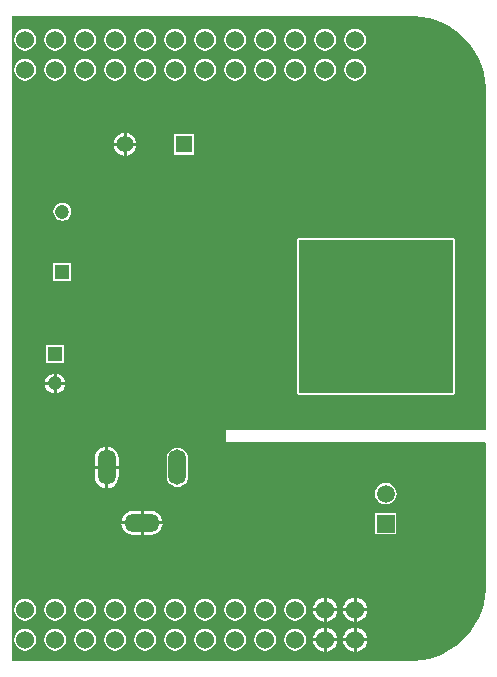
<source format=gbl>
G04*
G04 #@! TF.GenerationSoftware,Altium Limited,Altium Designer,19.1.9 (167)*
G04*
G04 Layer_Physical_Order=2*
G04 Layer_Color=16711680*
%FSLAX44Y44*%
%MOMM*%
G71*
G01*
G75*
%ADD65C,1.5240*%
%ADD66R,1.2060X1.2060*%
%ADD67C,1.2060*%
%ADD68C,1.4000*%
%ADD69R,1.4000X1.4000*%
%ADD70O,1.5000X3.0000*%
%ADD71O,3.0000X1.5000*%
%ADD72C,1.5000*%
%ADD73R,1.5000X1.5000*%
%ADD74C,1.2700*%
%ADD75C,0.9000*%
%ADD76C,1.0000*%
G36*
X349192Y545498D02*
X355311Y544281D01*
X361282Y542470D01*
X367046Y540082D01*
X372548Y537141D01*
X377736Y533675D01*
X382559Y529717D01*
X386970Y525305D01*
X390929Y520482D01*
X394395Y515294D01*
X397336Y509792D01*
X399724Y504028D01*
X401535Y498057D01*
X402752Y491938D01*
X403363Y485729D01*
Y482609D01*
Y196637D01*
X402547Y195706D01*
X401299D01*
X400029Y195706D01*
X182977Y195706D01*
X182977Y186816D01*
X182976Y185600D01*
X182976D01*
X182976Y185546D01*
X184224Y185546D01*
X184247Y185546D01*
X185494Y185546D01*
X402093Y185546D01*
X403363Y184615D01*
Y65041D01*
Y60378D01*
X402752Y54169D01*
X401535Y48050D01*
X399724Y42080D01*
X397336Y36316D01*
X394395Y30813D01*
X390929Y25626D01*
X386970Y20803D01*
X382559Y16391D01*
X377736Y12433D01*
X372548Y8967D01*
X367046Y6026D01*
X361282Y3638D01*
X355311Y1827D01*
X349192Y610D01*
X342983Y-2D01*
X2089D01*
Y546072D01*
X339202Y546110D01*
X342983D01*
X349192Y545498D01*
D02*
G37*
%LPC*%
G36*
X292640Y535079D02*
X290259Y534766D01*
X288041Y533847D01*
X286135Y532385D01*
X284674Y530480D01*
X283755Y528261D01*
X283441Y525880D01*
X283755Y523499D01*
X284674Y521281D01*
X286135Y519376D01*
X288041Y517914D01*
X290259Y516995D01*
X292640Y516682D01*
X295021Y516995D01*
X297239Y517914D01*
X299144Y519376D01*
X300606Y521281D01*
X301525Y523499D01*
X301838Y525880D01*
X301525Y528261D01*
X300606Y530480D01*
X299144Y532385D01*
X297239Y533847D01*
X295021Y534766D01*
X292640Y535079D01*
D02*
G37*
G36*
X267240D02*
X264859Y534766D01*
X262640Y533847D01*
X260735Y532385D01*
X259273Y530480D01*
X258355Y528261D01*
X258041Y525880D01*
X258355Y523499D01*
X259273Y521281D01*
X260735Y519376D01*
X262640Y517914D01*
X264859Y516995D01*
X267240Y516682D01*
X269621Y516995D01*
X271839Y517914D01*
X273744Y519376D01*
X275206Y521281D01*
X276125Y523499D01*
X276439Y525880D01*
X276125Y528261D01*
X275206Y530480D01*
X273744Y532385D01*
X271839Y533847D01*
X269621Y534766D01*
X267240Y535079D01*
D02*
G37*
G36*
X241840D02*
X239459Y534766D01*
X237241Y533847D01*
X235335Y532385D01*
X233874Y530480D01*
X232955Y528261D01*
X232641Y525880D01*
X232955Y523499D01*
X233874Y521281D01*
X235335Y519376D01*
X237241Y517914D01*
X239459Y516995D01*
X241840Y516682D01*
X244221Y516995D01*
X246439Y517914D01*
X248344Y519376D01*
X249806Y521281D01*
X250725Y523499D01*
X251038Y525880D01*
X250725Y528261D01*
X249806Y530480D01*
X248344Y532385D01*
X246439Y533847D01*
X244221Y534766D01*
X241840Y535079D01*
D02*
G37*
G36*
X216440D02*
X214059Y534766D01*
X211840Y533847D01*
X209935Y532385D01*
X208473Y530480D01*
X207555Y528261D01*
X207241Y525880D01*
X207555Y523499D01*
X208473Y521281D01*
X209935Y519376D01*
X211840Y517914D01*
X214059Y516995D01*
X216440Y516682D01*
X218821Y516995D01*
X221039Y517914D01*
X222944Y519376D01*
X224406Y521281D01*
X225325Y523499D01*
X225639Y525880D01*
X225325Y528261D01*
X224406Y530480D01*
X222944Y532385D01*
X221039Y533847D01*
X218821Y534766D01*
X216440Y535079D01*
D02*
G37*
G36*
X191040D02*
X188659Y534766D01*
X186441Y533847D01*
X184535Y532385D01*
X183074Y530480D01*
X182155Y528261D01*
X181841Y525880D01*
X182155Y523499D01*
X183074Y521281D01*
X184535Y519376D01*
X186441Y517914D01*
X188659Y516995D01*
X191040Y516682D01*
X193421Y516995D01*
X195639Y517914D01*
X197544Y519376D01*
X199006Y521281D01*
X199925Y523499D01*
X200238Y525880D01*
X199925Y528261D01*
X199006Y530480D01*
X197544Y532385D01*
X195639Y533847D01*
X193421Y534766D01*
X191040Y535079D01*
D02*
G37*
G36*
X165640D02*
X163259Y534766D01*
X161040Y533847D01*
X159135Y532385D01*
X157674Y530480D01*
X156755Y528261D01*
X156441Y525880D01*
X156755Y523499D01*
X157674Y521281D01*
X159135Y519376D01*
X161040Y517914D01*
X163259Y516995D01*
X165640Y516682D01*
X168021Y516995D01*
X170239Y517914D01*
X172144Y519376D01*
X173606Y521281D01*
X174525Y523499D01*
X174839Y525880D01*
X174525Y528261D01*
X173606Y530480D01*
X172144Y532385D01*
X170239Y533847D01*
X168021Y534766D01*
X165640Y535079D01*
D02*
G37*
G36*
X140240D02*
X137859Y534766D01*
X135640Y533847D01*
X133735Y532385D01*
X132274Y530480D01*
X131355Y528261D01*
X131041Y525880D01*
X131355Y523499D01*
X132274Y521281D01*
X133735Y519376D01*
X135640Y517914D01*
X137859Y516995D01*
X140240Y516682D01*
X142621Y516995D01*
X144839Y517914D01*
X146744Y519376D01*
X148206Y521281D01*
X149125Y523499D01*
X149438Y525880D01*
X149125Y528261D01*
X148206Y530480D01*
X146744Y532385D01*
X144839Y533847D01*
X142621Y534766D01*
X140240Y535079D01*
D02*
G37*
G36*
X114840D02*
X112459Y534766D01*
X110240Y533847D01*
X108335Y532385D01*
X106874Y530480D01*
X105955Y528261D01*
X105641Y525880D01*
X105955Y523499D01*
X106874Y521281D01*
X108335Y519376D01*
X110240Y517914D01*
X112459Y516995D01*
X114840Y516682D01*
X117221Y516995D01*
X119439Y517914D01*
X121344Y519376D01*
X122806Y521281D01*
X123725Y523499D01*
X124038Y525880D01*
X123725Y528261D01*
X122806Y530480D01*
X121344Y532385D01*
X119439Y533847D01*
X117221Y534766D01*
X114840Y535079D01*
D02*
G37*
G36*
X89440D02*
X87059Y534766D01*
X84840Y533847D01*
X82935Y532385D01*
X81474Y530480D01*
X80555Y528261D01*
X80241Y525880D01*
X80555Y523499D01*
X81474Y521281D01*
X82935Y519376D01*
X84840Y517914D01*
X87059Y516995D01*
X89440Y516682D01*
X91821Y516995D01*
X94039Y517914D01*
X95944Y519376D01*
X97406Y521281D01*
X98325Y523499D01*
X98638Y525880D01*
X98325Y528261D01*
X97406Y530480D01*
X95944Y532385D01*
X94039Y533847D01*
X91821Y534766D01*
X89440Y535079D01*
D02*
G37*
G36*
X64040D02*
X61659Y534766D01*
X59440Y533847D01*
X57535Y532385D01*
X56073Y530480D01*
X55155Y528261D01*
X54841Y525880D01*
X55155Y523499D01*
X56073Y521281D01*
X57535Y519376D01*
X59440Y517914D01*
X61659Y516995D01*
X64040Y516682D01*
X66421Y516995D01*
X68639Y517914D01*
X70544Y519376D01*
X72006Y521281D01*
X72925Y523499D01*
X73239Y525880D01*
X72925Y528261D01*
X72006Y530480D01*
X70544Y532385D01*
X68639Y533847D01*
X66421Y534766D01*
X64040Y535079D01*
D02*
G37*
G36*
X38640D02*
X36259Y534766D01*
X34041Y533847D01*
X32135Y532385D01*
X30673Y530480D01*
X29755Y528261D01*
X29441Y525880D01*
X29755Y523499D01*
X30673Y521281D01*
X32135Y519376D01*
X34041Y517914D01*
X36259Y516995D01*
X38640Y516682D01*
X41021Y516995D01*
X43239Y517914D01*
X45144Y519376D01*
X46606Y521281D01*
X47525Y523499D01*
X47839Y525880D01*
X47525Y528261D01*
X46606Y530480D01*
X45144Y532385D01*
X43239Y533847D01*
X41021Y534766D01*
X38640Y535079D01*
D02*
G37*
G36*
X13240D02*
X10859Y534766D01*
X8640Y533847D01*
X6735Y532385D01*
X5274Y530480D01*
X4355Y528261D01*
X4041Y525880D01*
X4355Y523499D01*
X5274Y521281D01*
X6735Y519376D01*
X8640Y517914D01*
X10859Y516995D01*
X13240Y516682D01*
X15621Y516995D01*
X17839Y517914D01*
X19744Y519376D01*
X21206Y521281D01*
X22125Y523499D01*
X22438Y525880D01*
X22125Y528261D01*
X21206Y530480D01*
X19744Y532385D01*
X17839Y533847D01*
X15621Y534766D01*
X13240Y535079D01*
D02*
G37*
G36*
X292640Y509679D02*
X290259Y509366D01*
X288041Y508447D01*
X286135Y506985D01*
X284674Y505080D01*
X283755Y502861D01*
X283441Y500480D01*
X283755Y498100D01*
X284674Y495881D01*
X286135Y493976D01*
X288041Y492514D01*
X290259Y491595D01*
X292640Y491282D01*
X295021Y491595D01*
X297239Y492514D01*
X299144Y493976D01*
X300606Y495881D01*
X301525Y498100D01*
X301838Y500480D01*
X301525Y502861D01*
X300606Y505080D01*
X299144Y506985D01*
X297239Y508447D01*
X295021Y509366D01*
X292640Y509679D01*
D02*
G37*
G36*
X267240D02*
X264859Y509366D01*
X262640Y508447D01*
X260735Y506985D01*
X259273Y505080D01*
X258355Y502861D01*
X258041Y500480D01*
X258355Y498100D01*
X259273Y495881D01*
X260735Y493976D01*
X262640Y492514D01*
X264859Y491595D01*
X267240Y491282D01*
X269621Y491595D01*
X271839Y492514D01*
X273744Y493976D01*
X275206Y495881D01*
X276125Y498100D01*
X276439Y500480D01*
X276125Y502861D01*
X275206Y505080D01*
X273744Y506985D01*
X271839Y508447D01*
X269621Y509366D01*
X267240Y509679D01*
D02*
G37*
G36*
X241840D02*
X239459Y509366D01*
X237241Y508447D01*
X235335Y506985D01*
X233874Y505080D01*
X232955Y502861D01*
X232641Y500480D01*
X232955Y498100D01*
X233874Y495881D01*
X235335Y493976D01*
X237241Y492514D01*
X239459Y491595D01*
X241840Y491282D01*
X244221Y491595D01*
X246439Y492514D01*
X248344Y493976D01*
X249806Y495881D01*
X250725Y498100D01*
X251038Y500480D01*
X250725Y502861D01*
X249806Y505080D01*
X248344Y506985D01*
X246439Y508447D01*
X244221Y509366D01*
X241840Y509679D01*
D02*
G37*
G36*
X216440D02*
X214059Y509366D01*
X211840Y508447D01*
X209935Y506985D01*
X208473Y505080D01*
X207555Y502861D01*
X207241Y500480D01*
X207555Y498100D01*
X208473Y495881D01*
X209935Y493976D01*
X211840Y492514D01*
X214059Y491595D01*
X216440Y491282D01*
X218821Y491595D01*
X221039Y492514D01*
X222944Y493976D01*
X224406Y495881D01*
X225325Y498100D01*
X225639Y500480D01*
X225325Y502861D01*
X224406Y505080D01*
X222944Y506985D01*
X221039Y508447D01*
X218821Y509366D01*
X216440Y509679D01*
D02*
G37*
G36*
X191040D02*
X188659Y509366D01*
X186441Y508447D01*
X184535Y506985D01*
X183074Y505080D01*
X182155Y502861D01*
X181841Y500480D01*
X182155Y498100D01*
X183074Y495881D01*
X184535Y493976D01*
X186441Y492514D01*
X188659Y491595D01*
X191040Y491282D01*
X193421Y491595D01*
X195639Y492514D01*
X197544Y493976D01*
X199006Y495881D01*
X199925Y498100D01*
X200238Y500480D01*
X199925Y502861D01*
X199006Y505080D01*
X197544Y506985D01*
X195639Y508447D01*
X193421Y509366D01*
X191040Y509679D01*
D02*
G37*
G36*
X165640D02*
X163259Y509366D01*
X161040Y508447D01*
X159135Y506985D01*
X157674Y505080D01*
X156755Y502861D01*
X156441Y500480D01*
X156755Y498100D01*
X157674Y495881D01*
X159135Y493976D01*
X161040Y492514D01*
X163259Y491595D01*
X165640Y491282D01*
X168021Y491595D01*
X170239Y492514D01*
X172144Y493976D01*
X173606Y495881D01*
X174525Y498100D01*
X174839Y500480D01*
X174525Y502861D01*
X173606Y505080D01*
X172144Y506985D01*
X170239Y508447D01*
X168021Y509366D01*
X165640Y509679D01*
D02*
G37*
G36*
X140240D02*
X137859Y509366D01*
X135640Y508447D01*
X133735Y506985D01*
X132274Y505080D01*
X131355Y502861D01*
X131041Y500480D01*
X131355Y498100D01*
X132274Y495881D01*
X133735Y493976D01*
X135640Y492514D01*
X137859Y491595D01*
X140240Y491282D01*
X142621Y491595D01*
X144839Y492514D01*
X146744Y493976D01*
X148206Y495881D01*
X149125Y498100D01*
X149438Y500480D01*
X149125Y502861D01*
X148206Y505080D01*
X146744Y506985D01*
X144839Y508447D01*
X142621Y509366D01*
X140240Y509679D01*
D02*
G37*
G36*
X114840D02*
X112459Y509366D01*
X110240Y508447D01*
X108335Y506985D01*
X106874Y505080D01*
X105955Y502861D01*
X105641Y500480D01*
X105955Y498100D01*
X106874Y495881D01*
X108335Y493976D01*
X110240Y492514D01*
X112459Y491595D01*
X114840Y491282D01*
X117221Y491595D01*
X119439Y492514D01*
X121344Y493976D01*
X122806Y495881D01*
X123725Y498100D01*
X124038Y500480D01*
X123725Y502861D01*
X122806Y505080D01*
X121344Y506985D01*
X119439Y508447D01*
X117221Y509366D01*
X114840Y509679D01*
D02*
G37*
G36*
X89440D02*
X87059Y509366D01*
X84840Y508447D01*
X82935Y506985D01*
X81474Y505080D01*
X80555Y502861D01*
X80241Y500480D01*
X80555Y498100D01*
X81474Y495881D01*
X82935Y493976D01*
X84840Y492514D01*
X87059Y491595D01*
X89440Y491282D01*
X91821Y491595D01*
X94039Y492514D01*
X95944Y493976D01*
X97406Y495881D01*
X98325Y498100D01*
X98638Y500480D01*
X98325Y502861D01*
X97406Y505080D01*
X95944Y506985D01*
X94039Y508447D01*
X91821Y509366D01*
X89440Y509679D01*
D02*
G37*
G36*
X64040D02*
X61659Y509366D01*
X59440Y508447D01*
X57535Y506985D01*
X56073Y505080D01*
X55155Y502861D01*
X54841Y500480D01*
X55155Y498100D01*
X56073Y495881D01*
X57535Y493976D01*
X59440Y492514D01*
X61659Y491595D01*
X64040Y491282D01*
X66421Y491595D01*
X68639Y492514D01*
X70544Y493976D01*
X72006Y495881D01*
X72925Y498100D01*
X73239Y500480D01*
X72925Y502861D01*
X72006Y505080D01*
X70544Y506985D01*
X68639Y508447D01*
X66421Y509366D01*
X64040Y509679D01*
D02*
G37*
G36*
X38640D02*
X36259Y509366D01*
X34041Y508447D01*
X32135Y506985D01*
X30673Y505080D01*
X29755Y502861D01*
X29441Y500480D01*
X29755Y498100D01*
X30673Y495881D01*
X32135Y493976D01*
X34041Y492514D01*
X36259Y491595D01*
X38640Y491282D01*
X41021Y491595D01*
X43239Y492514D01*
X45144Y493976D01*
X46606Y495881D01*
X47525Y498100D01*
X47839Y500480D01*
X47525Y502861D01*
X46606Y505080D01*
X45144Y506985D01*
X43239Y508447D01*
X41021Y509366D01*
X38640Y509679D01*
D02*
G37*
G36*
X13240D02*
X10859Y509366D01*
X8640Y508447D01*
X6735Y506985D01*
X5274Y505080D01*
X4355Y502861D01*
X4041Y500480D01*
X4355Y498100D01*
X5274Y495881D01*
X6735Y493976D01*
X8640Y492514D01*
X10859Y491595D01*
X13240Y491282D01*
X15621Y491595D01*
X17839Y492514D01*
X19744Y493976D01*
X21206Y495881D01*
X22125Y498100D01*
X22438Y500480D01*
X22125Y502861D01*
X21206Y505080D01*
X19744Y506985D01*
X17839Y508447D01*
X15621Y509366D01*
X13240Y509679D01*
D02*
G37*
G36*
X99272Y446666D02*
Y438482D01*
X107458D01*
X107297Y439702D01*
X106336Y442023D01*
X104807Y444015D01*
X102814Y445545D01*
X100493Y446506D01*
X99272Y446666D01*
D02*
G37*
G36*
X96733Y446666D02*
X95512Y446506D01*
X93191Y445545D01*
X91199Y444015D01*
X89670Y442023D01*
X88708Y439702D01*
X88548Y438482D01*
X96733D01*
Y446666D01*
D02*
G37*
G36*
X156503Y445711D02*
X139503D01*
Y428711D01*
X156503D01*
Y445711D01*
D02*
G37*
G36*
X96733Y435942D02*
X88547D01*
X88708Y434721D01*
X89670Y432400D01*
X91199Y430407D01*
X93191Y428878D01*
X95512Y427917D01*
X96733Y427756D01*
Y435942D01*
D02*
G37*
G36*
X107458D02*
X99272D01*
Y427756D01*
X100493Y427917D01*
X102814Y428878D01*
X104807Y430407D01*
X106336Y432400D01*
X107297Y434721D01*
X107458Y435942D01*
D02*
G37*
G36*
X44809Y387821D02*
X42843Y387563D01*
X41011Y386804D01*
X39438Y385597D01*
X38231Y384024D01*
X37472Y382192D01*
X37213Y380227D01*
X37472Y378261D01*
X38231Y376429D01*
X39438Y374856D01*
X41011Y373649D01*
X42843Y372890D01*
X44809Y372631D01*
X46774Y372890D01*
X48606Y373649D01*
X50179Y374856D01*
X51386Y376429D01*
X52145Y378261D01*
X52403Y380227D01*
X52145Y382192D01*
X51386Y384024D01*
X50179Y385597D01*
X48606Y386804D01*
X46774Y387563D01*
X44809Y387821D01*
D02*
G37*
G36*
X52339Y336956D02*
X37278D01*
Y321897D01*
X52339D01*
Y336956D01*
D02*
G37*
G36*
X46287Y267401D02*
X31227D01*
Y252341D01*
X46287D01*
Y267401D01*
D02*
G37*
G36*
X40027Y243347D02*
Y236140D01*
X47234D01*
X47107Y237108D01*
X46243Y239192D01*
X44869Y240983D01*
X43079Y242356D01*
X40994Y243220D01*
X40027Y243347D01*
D02*
G37*
G36*
X37487D02*
X36520Y243220D01*
X34435Y242356D01*
X32645Y240983D01*
X31271Y239192D01*
X30408Y237108D01*
X30280Y236140D01*
X37487D01*
Y243347D01*
D02*
G37*
G36*
X47234Y233600D02*
X40027D01*
Y226394D01*
X40994Y226521D01*
X43079Y227385D01*
X44869Y228758D01*
X46243Y230548D01*
X47107Y232633D01*
X47234Y233600D01*
D02*
G37*
G36*
X37487D02*
X30280D01*
X30408Y232633D01*
X31271Y230548D01*
X32645Y228758D01*
X34435Y227385D01*
X36520Y226521D01*
X37487Y226394D01*
Y233600D01*
D02*
G37*
G36*
X375327Y358166D02*
X245327D01*
X244179Y357691D01*
X244179Y357691D01*
X243704Y356543D01*
X243702Y226543D01*
X244167Y225420D01*
X244178Y225395D01*
X245326Y224919D01*
X245326Y224919D01*
X375327D01*
X376475Y225395D01*
X376951Y226543D01*
Y356543D01*
X376475Y357691D01*
X375327Y358166D01*
D02*
G37*
G36*
X83585Y181304D02*
Y165114D01*
X92442D01*
Y171344D01*
X92097Y173965D01*
X91085Y176408D01*
X89476Y178505D01*
X87379Y180114D01*
X84936Y181126D01*
X83585Y181304D01*
D02*
G37*
G36*
X81045Y181304D02*
X79694Y181126D01*
X77252Y180114D01*
X75155Y178505D01*
X73545Y176408D01*
X72534Y173965D01*
X72189Y171344D01*
Y165114D01*
X81045D01*
Y181304D01*
D02*
G37*
G36*
X142315Y180422D02*
X139966Y180113D01*
X137776Y179206D01*
X135896Y177763D01*
X134454Y175883D01*
X133547Y173694D01*
X133237Y171344D01*
Y156344D01*
X133547Y153995D01*
X134454Y151806D01*
X135896Y149926D01*
X137776Y148483D01*
X139966Y147576D01*
X142315Y147267D01*
X144664Y147576D01*
X146854Y148483D01*
X148734Y149926D01*
X150176Y151806D01*
X151083Y153995D01*
X151393Y156344D01*
Y171344D01*
X151083Y173694D01*
X150176Y175883D01*
X148734Y177763D01*
X146854Y179206D01*
X144664Y180113D01*
X142315Y180422D01*
D02*
G37*
G36*
X92442Y162575D02*
X83585D01*
Y146385D01*
X84936Y146563D01*
X87379Y147575D01*
X89476Y149184D01*
X91085Y151281D01*
X92097Y153723D01*
X92442Y156344D01*
Y162575D01*
D02*
G37*
G36*
X81045D02*
X72189D01*
Y156344D01*
X72534Y153723D01*
X73545Y151281D01*
X75155Y149184D01*
X77252Y147575D01*
X79694Y146563D01*
X81045Y146385D01*
Y162575D01*
D02*
G37*
G36*
X318729Y150566D02*
X316379Y150257D01*
X314190Y149350D01*
X312310Y147907D01*
X310867Y146027D01*
X309960Y143838D01*
X309651Y141488D01*
X309960Y139139D01*
X310867Y136950D01*
X312310Y135070D01*
X314190Y133627D01*
X316379Y132720D01*
X318729Y132411D01*
X321078Y132720D01*
X323268Y133627D01*
X325148Y135070D01*
X326590Y136950D01*
X327497Y139139D01*
X327806Y141488D01*
X327497Y143838D01*
X326590Y146027D01*
X325148Y147907D01*
X323268Y149350D01*
X321078Y150257D01*
X318729Y150566D01*
D02*
G37*
G36*
X119815Y126971D02*
X113585D01*
Y118114D01*
X129775D01*
X129597Y119465D01*
X128585Y121908D01*
X126976Y124005D01*
X124878Y125614D01*
X122436Y126626D01*
X119815Y126971D01*
D02*
G37*
G36*
X111045D02*
X104815D01*
X102194Y126626D01*
X99752Y125614D01*
X97654Y124005D01*
X96045Y121908D01*
X95034Y119465D01*
X94856Y118114D01*
X111045D01*
Y126971D01*
D02*
G37*
G36*
X327729Y125088D02*
X309729D01*
Y107088D01*
X327729D01*
Y125088D01*
D02*
G37*
G36*
X129775Y115574D02*
X113585D01*
Y106718D01*
X119815D01*
X122436Y107063D01*
X124878Y108074D01*
X126976Y109684D01*
X128585Y111781D01*
X129597Y114223D01*
X129775Y115574D01*
D02*
G37*
G36*
X111045D02*
X94856D01*
X95034Y114223D01*
X96045Y111781D01*
X97654Y109684D01*
X99752Y108074D01*
X102194Y107063D01*
X104815Y106718D01*
X111045D01*
Y115574D01*
D02*
G37*
G36*
X293910Y53361D02*
Y44550D01*
X302720D01*
X302538Y45932D01*
X301515Y48404D01*
X299886Y50526D01*
X297764Y52155D01*
X295292Y53179D01*
X293910Y53361D01*
D02*
G37*
G36*
X291370D02*
X289988Y53179D01*
X287516Y52155D01*
X285394Y50526D01*
X283765Y48404D01*
X282741Y45932D01*
X282559Y44550D01*
X291370D01*
Y53361D01*
D02*
G37*
G36*
X268510D02*
Y44550D01*
X277320D01*
X277138Y45932D01*
X276115Y48404D01*
X274486Y50526D01*
X272364Y52155D01*
X269892Y53179D01*
X268510Y53361D01*
D02*
G37*
G36*
X265970D02*
X264588Y53179D01*
X262116Y52155D01*
X259994Y50526D01*
X258365Y48404D01*
X257341Y45932D01*
X257159Y44550D01*
X265970D01*
Y53361D01*
D02*
G37*
G36*
X241840Y52479D02*
X239459Y52165D01*
X237241Y51247D01*
X235335Y49785D01*
X233874Y47880D01*
X232955Y45661D01*
X232641Y43280D01*
X232955Y40900D01*
X233874Y38681D01*
X235335Y36776D01*
X237241Y35314D01*
X239459Y34395D01*
X241840Y34082D01*
X244221Y34395D01*
X246439Y35314D01*
X248344Y36776D01*
X249806Y38681D01*
X250725Y40900D01*
X251038Y43280D01*
X250725Y45661D01*
X249806Y47880D01*
X248344Y49785D01*
X246439Y51247D01*
X244221Y52165D01*
X241840Y52479D01*
D02*
G37*
G36*
X216440D02*
X214059Y52165D01*
X211840Y51247D01*
X209935Y49785D01*
X208473Y47880D01*
X207555Y45661D01*
X207241Y43280D01*
X207555Y40900D01*
X208473Y38681D01*
X209935Y36776D01*
X211840Y35314D01*
X214059Y34395D01*
X216440Y34082D01*
X218821Y34395D01*
X221039Y35314D01*
X222944Y36776D01*
X224406Y38681D01*
X225325Y40900D01*
X225639Y43280D01*
X225325Y45661D01*
X224406Y47880D01*
X222944Y49785D01*
X221039Y51247D01*
X218821Y52165D01*
X216440Y52479D01*
D02*
G37*
G36*
X191040D02*
X188659Y52165D01*
X186441Y51247D01*
X184535Y49785D01*
X183074Y47880D01*
X182155Y45661D01*
X181841Y43280D01*
X182155Y40900D01*
X183074Y38681D01*
X184535Y36776D01*
X186441Y35314D01*
X188659Y34395D01*
X191040Y34082D01*
X193421Y34395D01*
X195639Y35314D01*
X197544Y36776D01*
X199006Y38681D01*
X199925Y40900D01*
X200238Y43280D01*
X199925Y45661D01*
X199006Y47880D01*
X197544Y49785D01*
X195639Y51247D01*
X193421Y52165D01*
X191040Y52479D01*
D02*
G37*
G36*
X165640D02*
X163259Y52165D01*
X161040Y51247D01*
X159135Y49785D01*
X157674Y47880D01*
X156755Y45661D01*
X156441Y43280D01*
X156755Y40900D01*
X157674Y38681D01*
X159135Y36776D01*
X161040Y35314D01*
X163259Y34395D01*
X165640Y34082D01*
X168021Y34395D01*
X170239Y35314D01*
X172144Y36776D01*
X173606Y38681D01*
X174525Y40900D01*
X174839Y43280D01*
X174525Y45661D01*
X173606Y47880D01*
X172144Y49785D01*
X170239Y51247D01*
X168021Y52165D01*
X165640Y52479D01*
D02*
G37*
G36*
X140240D02*
X137859Y52165D01*
X135640Y51247D01*
X133735Y49785D01*
X132274Y47880D01*
X131355Y45661D01*
X131041Y43280D01*
X131355Y40900D01*
X132274Y38681D01*
X133735Y36776D01*
X135640Y35314D01*
X137859Y34395D01*
X140240Y34082D01*
X142621Y34395D01*
X144839Y35314D01*
X146744Y36776D01*
X148206Y38681D01*
X149125Y40900D01*
X149438Y43280D01*
X149125Y45661D01*
X148206Y47880D01*
X146744Y49785D01*
X144839Y51247D01*
X142621Y52165D01*
X140240Y52479D01*
D02*
G37*
G36*
X114840D02*
X112459Y52165D01*
X110240Y51247D01*
X108335Y49785D01*
X106874Y47880D01*
X105955Y45661D01*
X105641Y43280D01*
X105955Y40900D01*
X106874Y38681D01*
X108335Y36776D01*
X110240Y35314D01*
X112459Y34395D01*
X114840Y34082D01*
X117221Y34395D01*
X119439Y35314D01*
X121344Y36776D01*
X122806Y38681D01*
X123725Y40900D01*
X124038Y43280D01*
X123725Y45661D01*
X122806Y47880D01*
X121344Y49785D01*
X119439Y51247D01*
X117221Y52165D01*
X114840Y52479D01*
D02*
G37*
G36*
X89440D02*
X87059Y52165D01*
X84840Y51247D01*
X82935Y49785D01*
X81474Y47880D01*
X80555Y45661D01*
X80241Y43280D01*
X80555Y40900D01*
X81474Y38681D01*
X82935Y36776D01*
X84840Y35314D01*
X87059Y34395D01*
X89440Y34082D01*
X91821Y34395D01*
X94039Y35314D01*
X95944Y36776D01*
X97406Y38681D01*
X98325Y40900D01*
X98638Y43280D01*
X98325Y45661D01*
X97406Y47880D01*
X95944Y49785D01*
X94039Y51247D01*
X91821Y52165D01*
X89440Y52479D01*
D02*
G37*
G36*
X64040D02*
X61659Y52165D01*
X59440Y51247D01*
X57535Y49785D01*
X56073Y47880D01*
X55155Y45661D01*
X54841Y43280D01*
X55155Y40900D01*
X56073Y38681D01*
X57535Y36776D01*
X59440Y35314D01*
X61659Y34395D01*
X64040Y34082D01*
X66421Y34395D01*
X68639Y35314D01*
X70544Y36776D01*
X72006Y38681D01*
X72925Y40900D01*
X73239Y43280D01*
X72925Y45661D01*
X72006Y47880D01*
X70544Y49785D01*
X68639Y51247D01*
X66421Y52165D01*
X64040Y52479D01*
D02*
G37*
G36*
X38640D02*
X36259Y52165D01*
X34041Y51247D01*
X32135Y49785D01*
X30673Y47880D01*
X29755Y45661D01*
X29441Y43280D01*
X29755Y40900D01*
X30673Y38681D01*
X32135Y36776D01*
X34041Y35314D01*
X36259Y34395D01*
X38640Y34082D01*
X41021Y34395D01*
X43239Y35314D01*
X45144Y36776D01*
X46606Y38681D01*
X47525Y40900D01*
X47839Y43280D01*
X47525Y45661D01*
X46606Y47880D01*
X45144Y49785D01*
X43239Y51247D01*
X41021Y52165D01*
X38640Y52479D01*
D02*
G37*
G36*
X13240D02*
X10859Y52165D01*
X8640Y51247D01*
X6735Y49785D01*
X5274Y47880D01*
X4355Y45661D01*
X4041Y43280D01*
X4355Y40900D01*
X5274Y38681D01*
X6735Y36776D01*
X8640Y35314D01*
X10859Y34395D01*
X13240Y34082D01*
X15621Y34395D01*
X17839Y35314D01*
X19744Y36776D01*
X21206Y38681D01*
X22125Y40900D01*
X22438Y43280D01*
X22125Y45661D01*
X21206Y47880D01*
X19744Y49785D01*
X17839Y51247D01*
X15621Y52165D01*
X13240Y52479D01*
D02*
G37*
G36*
X302720Y42010D02*
X293910D01*
Y33200D01*
X295292Y33382D01*
X297764Y34406D01*
X299886Y36034D01*
X301515Y38156D01*
X302538Y40628D01*
X302720Y42010D01*
D02*
G37*
G36*
X291370D02*
X282559D01*
X282741Y40628D01*
X283765Y38156D01*
X285394Y36034D01*
X287516Y34406D01*
X289988Y33382D01*
X291370Y33200D01*
Y42010D01*
D02*
G37*
G36*
X277320D02*
X268510D01*
Y33200D01*
X269892Y33382D01*
X272364Y34406D01*
X274486Y36034D01*
X276115Y38156D01*
X277138Y40628D01*
X277320Y42010D01*
D02*
G37*
G36*
X265970D02*
X257159D01*
X257341Y40628D01*
X258365Y38156D01*
X259994Y36034D01*
X262116Y34406D01*
X264588Y33382D01*
X265970Y33200D01*
Y42010D01*
D02*
G37*
G36*
X293910Y27961D02*
Y19150D01*
X302720D01*
X302538Y20533D01*
X301515Y23004D01*
X299886Y25127D01*
X297764Y26755D01*
X295292Y27779D01*
X293910Y27961D01*
D02*
G37*
G36*
X291370D02*
X289988Y27779D01*
X287516Y26755D01*
X285394Y25127D01*
X283765Y23004D01*
X282741Y20533D01*
X282559Y19150D01*
X291370D01*
Y27961D01*
D02*
G37*
G36*
X268510D02*
Y19150D01*
X277320D01*
X277138Y20533D01*
X276115Y23004D01*
X274486Y25127D01*
X272364Y26755D01*
X269892Y27779D01*
X268510Y27961D01*
D02*
G37*
G36*
X265970D02*
X264588Y27779D01*
X262116Y26755D01*
X259994Y25127D01*
X258365Y23004D01*
X257341Y20533D01*
X257159Y19150D01*
X265970D01*
Y27961D01*
D02*
G37*
G36*
X241840Y27079D02*
X239459Y26765D01*
X237241Y25847D01*
X235335Y24385D01*
X233874Y22480D01*
X232955Y20261D01*
X232641Y17880D01*
X232955Y15500D01*
X233874Y13281D01*
X235335Y11376D01*
X237241Y9914D01*
X239459Y8995D01*
X241840Y8682D01*
X244221Y8995D01*
X246439Y9914D01*
X248344Y11376D01*
X249806Y13281D01*
X250725Y15500D01*
X251038Y17880D01*
X250725Y20261D01*
X249806Y22480D01*
X248344Y24385D01*
X246439Y25847D01*
X244221Y26765D01*
X241840Y27079D01*
D02*
G37*
G36*
X216440D02*
X214059Y26765D01*
X211840Y25847D01*
X209935Y24385D01*
X208473Y22480D01*
X207555Y20261D01*
X207241Y17880D01*
X207555Y15500D01*
X208473Y13281D01*
X209935Y11376D01*
X211840Y9914D01*
X214059Y8995D01*
X216440Y8682D01*
X218821Y8995D01*
X221039Y9914D01*
X222944Y11376D01*
X224406Y13281D01*
X225325Y15500D01*
X225639Y17880D01*
X225325Y20261D01*
X224406Y22480D01*
X222944Y24385D01*
X221039Y25847D01*
X218821Y26765D01*
X216440Y27079D01*
D02*
G37*
G36*
X191040D02*
X188659Y26765D01*
X186441Y25847D01*
X184535Y24385D01*
X183074Y22480D01*
X182155Y20261D01*
X181841Y17880D01*
X182155Y15500D01*
X183074Y13281D01*
X184535Y11376D01*
X186441Y9914D01*
X188659Y8995D01*
X191040Y8682D01*
X193421Y8995D01*
X195639Y9914D01*
X197544Y11376D01*
X199006Y13281D01*
X199925Y15500D01*
X200238Y17880D01*
X199925Y20261D01*
X199006Y22480D01*
X197544Y24385D01*
X195639Y25847D01*
X193421Y26765D01*
X191040Y27079D01*
D02*
G37*
G36*
X165640D02*
X163259Y26765D01*
X161040Y25847D01*
X159135Y24385D01*
X157674Y22480D01*
X156755Y20261D01*
X156441Y17880D01*
X156755Y15500D01*
X157674Y13281D01*
X159135Y11376D01*
X161040Y9914D01*
X163259Y8995D01*
X165640Y8682D01*
X168021Y8995D01*
X170239Y9914D01*
X172144Y11376D01*
X173606Y13281D01*
X174525Y15500D01*
X174839Y17880D01*
X174525Y20261D01*
X173606Y22480D01*
X172144Y24385D01*
X170239Y25847D01*
X168021Y26765D01*
X165640Y27079D01*
D02*
G37*
G36*
X140240D02*
X137859Y26765D01*
X135640Y25847D01*
X133735Y24385D01*
X132274Y22480D01*
X131355Y20261D01*
X131041Y17880D01*
X131355Y15500D01*
X132274Y13281D01*
X133735Y11376D01*
X135640Y9914D01*
X137859Y8995D01*
X140240Y8682D01*
X142621Y8995D01*
X144839Y9914D01*
X146744Y11376D01*
X148206Y13281D01*
X149125Y15500D01*
X149438Y17880D01*
X149125Y20261D01*
X148206Y22480D01*
X146744Y24385D01*
X144839Y25847D01*
X142621Y26765D01*
X140240Y27079D01*
D02*
G37*
G36*
X114840D02*
X112459Y26765D01*
X110240Y25847D01*
X108335Y24385D01*
X106874Y22480D01*
X105955Y20261D01*
X105641Y17880D01*
X105955Y15500D01*
X106874Y13281D01*
X108335Y11376D01*
X110240Y9914D01*
X112459Y8995D01*
X114840Y8682D01*
X117221Y8995D01*
X119439Y9914D01*
X121344Y11376D01*
X122806Y13281D01*
X123725Y15500D01*
X124038Y17880D01*
X123725Y20261D01*
X122806Y22480D01*
X121344Y24385D01*
X119439Y25847D01*
X117221Y26765D01*
X114840Y27079D01*
D02*
G37*
G36*
X89440D02*
X87059Y26765D01*
X84840Y25847D01*
X82935Y24385D01*
X81474Y22480D01*
X80555Y20261D01*
X80241Y17880D01*
X80555Y15500D01*
X81474Y13281D01*
X82935Y11376D01*
X84840Y9914D01*
X87059Y8995D01*
X89440Y8682D01*
X91821Y8995D01*
X94039Y9914D01*
X95944Y11376D01*
X97406Y13281D01*
X98325Y15500D01*
X98638Y17880D01*
X98325Y20261D01*
X97406Y22480D01*
X95944Y24385D01*
X94039Y25847D01*
X91821Y26765D01*
X89440Y27079D01*
D02*
G37*
G36*
X64040D02*
X61659Y26765D01*
X59440Y25847D01*
X57535Y24385D01*
X56073Y22480D01*
X55155Y20261D01*
X54841Y17880D01*
X55155Y15500D01*
X56073Y13281D01*
X57535Y11376D01*
X59440Y9914D01*
X61659Y8995D01*
X64040Y8682D01*
X66421Y8995D01*
X68639Y9914D01*
X70544Y11376D01*
X72006Y13281D01*
X72925Y15500D01*
X73239Y17880D01*
X72925Y20261D01*
X72006Y22480D01*
X70544Y24385D01*
X68639Y25847D01*
X66421Y26765D01*
X64040Y27079D01*
D02*
G37*
G36*
X38640D02*
X36259Y26765D01*
X34041Y25847D01*
X32135Y24385D01*
X30673Y22480D01*
X29755Y20261D01*
X29441Y17880D01*
X29755Y15500D01*
X30673Y13281D01*
X32135Y11376D01*
X34041Y9914D01*
X36259Y8995D01*
X38640Y8682D01*
X41021Y8995D01*
X43239Y9914D01*
X45144Y11376D01*
X46606Y13281D01*
X47525Y15500D01*
X47839Y17880D01*
X47525Y20261D01*
X46606Y22480D01*
X45144Y24385D01*
X43239Y25847D01*
X41021Y26765D01*
X38640Y27079D01*
D02*
G37*
G36*
X13240D02*
X10859Y26765D01*
X8640Y25847D01*
X6735Y24385D01*
X5274Y22480D01*
X4355Y20261D01*
X4041Y17880D01*
X4355Y15500D01*
X5274Y13281D01*
X6735Y11376D01*
X8640Y9914D01*
X10859Y8995D01*
X13240Y8682D01*
X15621Y8995D01*
X17839Y9914D01*
X19744Y11376D01*
X21206Y13281D01*
X22125Y15500D01*
X22438Y17880D01*
X22125Y20261D01*
X21206Y22480D01*
X19744Y24385D01*
X17839Y25847D01*
X15621Y26765D01*
X13240Y27079D01*
D02*
G37*
G36*
X302720Y16610D02*
X293910D01*
Y7800D01*
X295292Y7982D01*
X297764Y9006D01*
X299886Y10634D01*
X301515Y12756D01*
X302538Y15228D01*
X302720Y16610D01*
D02*
G37*
G36*
X291370D02*
X282559D01*
X282741Y15228D01*
X283765Y12756D01*
X285394Y10634D01*
X287516Y9006D01*
X289988Y7982D01*
X291370Y7800D01*
Y16610D01*
D02*
G37*
G36*
X277320D02*
X268510D01*
Y7800D01*
X269892Y7982D01*
X272364Y9006D01*
X274486Y10634D01*
X276115Y12756D01*
X277138Y15228D01*
X277320Y16610D01*
D02*
G37*
G36*
X265970D02*
X257159D01*
X257341Y15228D01*
X258365Y12756D01*
X259994Y10634D01*
X262116Y9006D01*
X264588Y7982D01*
X265970Y7800D01*
Y16610D01*
D02*
G37*
%LPD*%
G36*
X375327Y226543D02*
X245326D01*
X245327Y356543D01*
X375327D01*
Y226543D01*
D02*
G37*
D65*
X38640Y43280D02*
D03*
X292640D02*
D03*
X267240D02*
D03*
X241840D02*
D03*
X216440D02*
D03*
X191040D02*
D03*
X165640D02*
D03*
X140240D02*
D03*
X114840D02*
D03*
X89440D02*
D03*
X64040D02*
D03*
X13240D02*
D03*
X292640Y17880D02*
D03*
X267240D02*
D03*
X241840D02*
D03*
X216440D02*
D03*
X191040D02*
D03*
X165640D02*
D03*
X140240D02*
D03*
X114840D02*
D03*
X89440D02*
D03*
X64040D02*
D03*
X38640D02*
D03*
X13240D02*
D03*
X292640Y525880D02*
D03*
X267240D02*
D03*
X241840D02*
D03*
X216440D02*
D03*
X191040D02*
D03*
X165640D02*
D03*
X140240D02*
D03*
X114840D02*
D03*
X89440D02*
D03*
X64040D02*
D03*
X38640D02*
D03*
X13240D02*
D03*
X292640Y500480D02*
D03*
X267240D02*
D03*
X241840D02*
D03*
X216440D02*
D03*
X191040D02*
D03*
X165640D02*
D03*
X140240D02*
D03*
X114840D02*
D03*
X89440D02*
D03*
X64040D02*
D03*
X38640D02*
D03*
X13240D02*
D03*
D66*
X38757Y259871D02*
D03*
X44809Y329426D02*
D03*
D67*
X38757Y234870D02*
D03*
X44809Y380227D02*
D03*
D68*
X98003Y437211D02*
D03*
D69*
X148003D02*
D03*
D70*
X82315Y163844D02*
D03*
X142315D02*
D03*
D71*
X112315Y116844D02*
D03*
D72*
X318729Y141488D02*
D03*
D73*
Y116088D02*
D03*
D74*
X29834Y107833D02*
D03*
X227581Y471302D02*
D03*
X308376Y485814D02*
D03*
X359952Y479734D02*
D03*
X312102Y434630D02*
D03*
X217384Y421491D02*
D03*
X170132Y391752D02*
D03*
X11061Y297355D02*
D03*
X205724Y315939D02*
D03*
X135500Y267321D02*
D03*
X176418Y127293D02*
D03*
X203513Y61870D02*
D03*
X247446Y64688D02*
D03*
X270592Y116265D02*
D03*
X295629Y156184D02*
D03*
X328635Y72452D02*
D03*
D75*
X304989Y131018D02*
D03*
D76*
X312440Y279097D02*
D03*
X312394Y290636D02*
D03*
Y302086D02*
D03*
M02*

</source>
